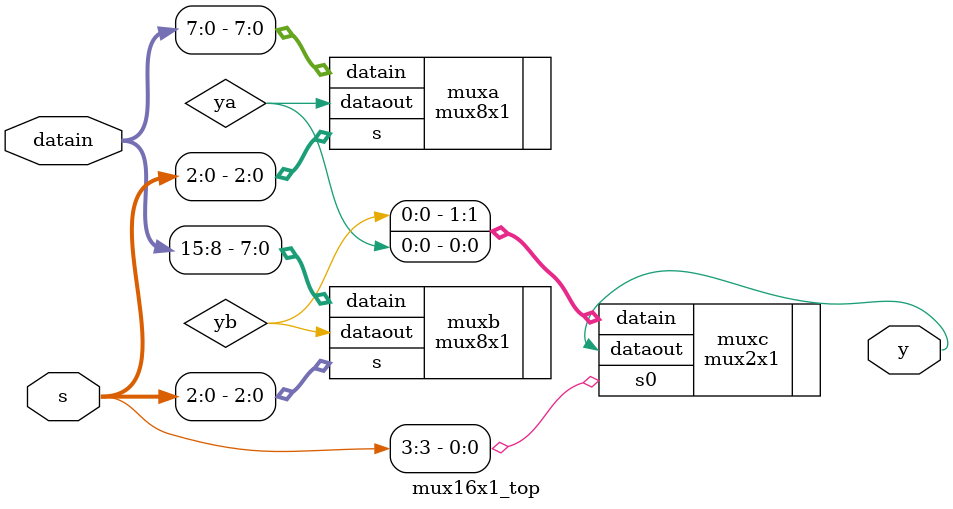
<source format=v>
`timescale 1ns / 1ps


module mux16x1_top(input[15:0]datain,
                   input[3:0]s,
                   output y );
wire ya,yb;                   

mux8x1 muxa(.datain(datain[7:0]),.s(s[2:0]),.dataout(ya)); // here mapped the datain 8bit bus or vector of instantiated module to the sliced datain signal of the tb module , we can also map this with concantenation operator such that datain of the instantiated module mapping to the concantenated signal of tb like .datain({datain[7],datain[6],.....datain[0]})
mux8x1 muxb(.datain(datain[15:8]),.s(s[2:0]),.dataout(yb));
mux2x1 muxc(.datain({yb,ya}),.s0(s[3]),.dataout(y));
                  
endmodule

</source>
